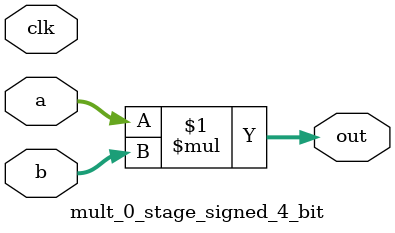
<source format=sv>
(* use_dsp = "yes" *) module mult_0_stage_signed_4_bit(
	input signed [3:0] a,
	input signed [3:0] b,
	output [3:0] out,
	input clk);

	assign out = a * b;
endmodule

</source>
